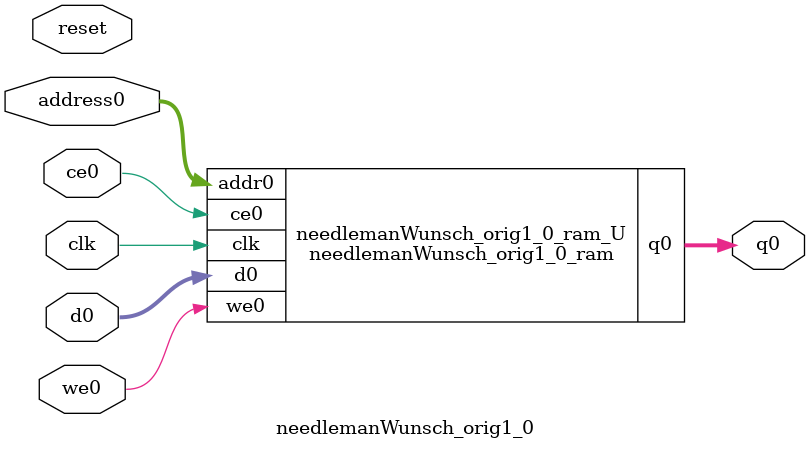
<source format=v>

`timescale 1 ns / 1 ps
module needlemanWunsch_orig1_0_ram (addr0, ce0, d0, we0, q0,  clk);

parameter DWIDTH = 20;
parameter AWIDTH = 7;
parameter MEM_SIZE = 100;

input[AWIDTH-1:0] addr0;
input ce0;
input[DWIDTH-1:0] d0;
input we0;
output reg[DWIDTH-1:0] q0;
input clk;

(* ram_style = "block" *)reg [DWIDTH-1:0] ram[MEM_SIZE-1:0];




always @(posedge clk)  
begin 
    if (ce0) 
    begin
        if (we0) 
        begin 
            ram[addr0] <= d0; 
            q0 <= d0;
        end 
        else 
            q0 <= ram[addr0];
    end
end


endmodule


`timescale 1 ns / 1 ps
module needlemanWunsch_orig1_0(
    reset,
    clk,
    address0,
    ce0,
    we0,
    d0,
    q0);

parameter DataWidth = 32'd20;
parameter AddressRange = 32'd100;
parameter AddressWidth = 32'd7;
input reset;
input clk;
input[AddressWidth - 1:0] address0;
input ce0;
input we0;
input[DataWidth - 1:0] d0;
output[DataWidth - 1:0] q0;



needlemanWunsch_orig1_0_ram needlemanWunsch_orig1_0_ram_U(
    .clk( clk ),
    .addr0( address0 ),
    .ce0( ce0 ),
    .d0( d0 ),
    .we0( we0 ),
    .q0( q0 ));

endmodule


</source>
